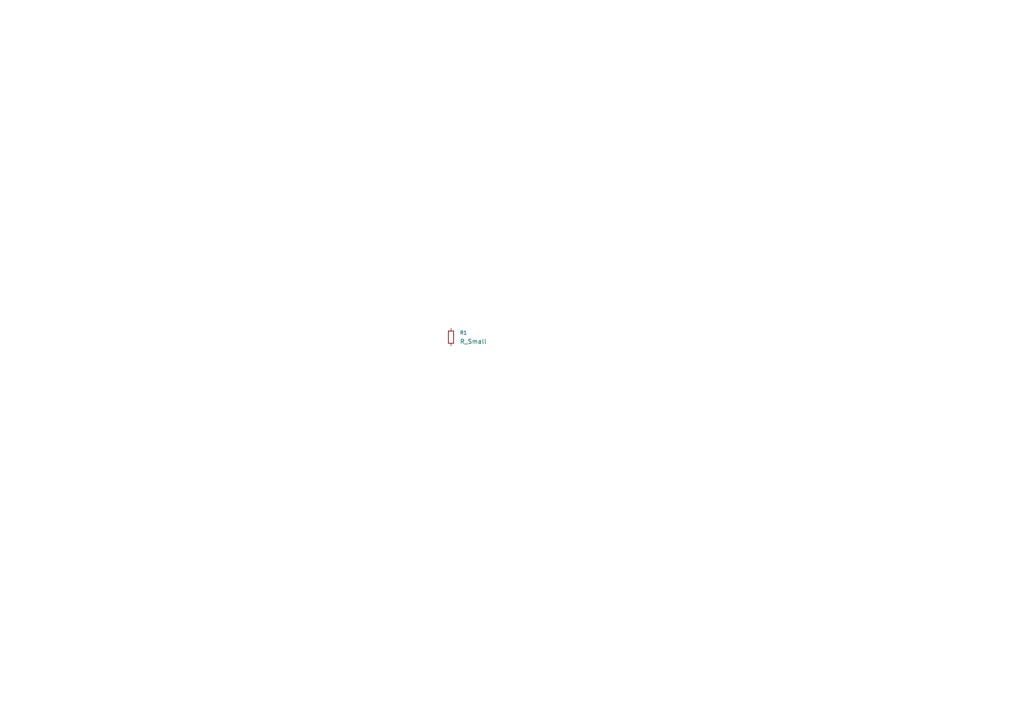
<source format=kicad_sch>
(kicad_sch (version 20250114) (generator "eeschema") (generator_version "9.0")
  (paper "A4")
  (lib_symbols
    (symbol "Device:R_Small" (pin_numbers (hide yes)) (pin_names (offset 0.254) (hide yes))
      (property "Reference" "R" (at 0 0 90))
      (property "Value" "R_Small" (at 1.778 0 90))
      (symbol "R_Small_0_1"
        (rectangle (start -0.762 1.778) (end 0.762 -1.778) (stroke (width 0.2032)))
      )
      (symbol "R_Small_1_1"
        (pin passive line (at 0 2.54 270) (length 0.762) (name "~") (number "1"))
        (pin passive line (at 0 -2.54 90) (length 0.762) (name "~") (number "2"))
      )
    )
  )
  (symbol (lib_id "Device:R_Small") (at 130.81 97.79 0) (unit 1)
    (property "Reference" "R1" (at 133.35 96.5199 0) (effects (font (size 1.016 1.016)) (justify left)))
    (property "Value" "R_Small" (at 133.35 99.0599 0) (effects (justify left)))
    (property "Footprint" "Resistor_SMD:R_1206_3216Metric" (effects (hide yes)))
    (property "Description" "Resistor, small symbol" (effects (hide yes)))
  )
)
</source>
